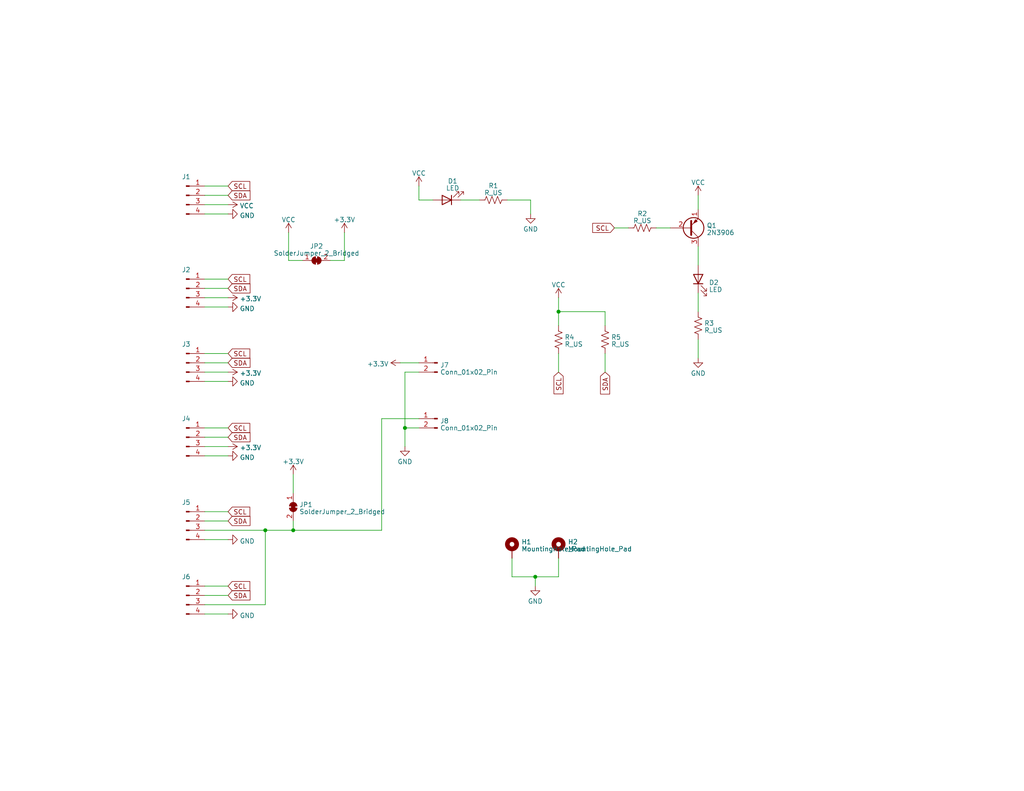
<source format=kicad_sch>
(kicad_sch (version 20230121) (generator eeschema)
  (paper "A")
  (lib_symbols
    (symbol "Connector:Conn_01x02_Pin" (pin_names (offset 1.016) hide)
      (property "Reference" "J" (at 0 2.54 0))
      (property "Value" "Conn_01x02_Pin" (at 0 -5.08 0))
      (symbol "Conn_01x02_Pin_1_1"
        (polyline (pts (xy 1.27 -2.54) (xy 0.8636 -2.54)) (stroke (width 0.1524)))
        (polyline (pts (xy 1.27 0) (xy 0.8636 0)) (stroke (width 0.1524)))
        (rectangle (start 0.8636 -2.413) (end 0 -2.667) (stroke (width 0.1524)) (fill (type outline)))
        (rectangle (start 0.8636 0.127) (end 0 -0.127) (stroke (width 0.1524)) (fill (type outline)))
        (pin passive line (at 5.08 0 180) (length 3.81) (name "Pin_1") (number "1"))
        (pin passive line (at 5.08 -2.54 180) (length 3.81) (name "Pin_2") (number "2"))
      )
    )
    (symbol "Connector:Conn_01x04_Male" (pin_names (offset 1.016) hide)
      (property "Reference" "J" (at 0 5.08 0))
      (property "Value" "Conn_01x04_Male" (at 0 -7.62 0))
      (symbol "Conn_01x04_Male_1_1"
        (polyline (pts (xy 1.27 -5.08) (xy 0.8636 -5.08)) (stroke (width 0.1524)))
        (polyline (pts (xy 1.27 -2.54) (xy 0.8636 -2.54)) (stroke (width 0.1524)))
        (polyline (pts (xy 1.27 0) (xy 0.8636 0)) (stroke (width 0.1524)))
        (polyline (pts (xy 1.27 2.54) (xy 0.8636 2.54)) (stroke (width 0.1524)))
        (rectangle (start 0.8636 -4.953) (end 0 -5.207) (stroke (width 0.1524)) (fill (type outline)))
        (rectangle (start 0.8636 -2.413) (end 0 -2.667) (stroke (width 0.1524)) (fill (type outline)))
        (rectangle (start 0.8636 0.127) (end 0 -0.127) (stroke (width 0.1524)) (fill (type outline)))
        (rectangle (start 0.8636 2.667) (end 0 2.413) (stroke (width 0.1524)) (fill (type outline)))
        (pin passive line (at 5.08 2.54 180) (length 3.81) (name "Pin_1") (number "1"))
        (pin passive line (at 5.08 0 180) (length 3.81) (name "Pin_2") (number "2"))
        (pin passive line (at 5.08 -2.54 180) (length 3.81) (name "Pin_3") (number "3"))
        (pin passive line (at 5.08 -5.08 180) (length 3.81) (name "Pin_4") (number "4"))
      )
    )
    (symbol "Device:LED" (pin_numbers hide) (pin_names (offset 1.016) hide)
      (property "Reference" "D" (at 0 2.54 0))
      (property "Value" "LED" (at 0 -2.54 0))
      (symbol "LED_0_1"
        (polyline (pts (xy -1.27 -1.27) (xy -1.27 1.27)) (stroke (width 0.254)))
        (polyline (pts (xy -1.27 0) (xy 1.27 0)))
        (polyline (pts (xy 1.27 -1.27) (xy 1.27 1.27) (xy -1.27 0) (xy 1.27 -1.27)) (stroke (width 0.254)))
        (polyline (pts (xy -3.048 -0.762) (xy -4.572 -2.286) (xy -3.81 -2.286) (xy -4.572 -2.286) (xy -4.572 -1.524)))
        (polyline (pts (xy -1.778 -0.762) (xy -3.302 -2.286) (xy -2.54 -2.286) (xy -3.302 -2.286) (xy -3.302 -1.524)))
      )
      (symbol "LED_1_1"
        (pin passive line (at -3.81 0 0) (length 2.54) (name "K") (number "1"))
        (pin passive line (at 3.81 0 180) (length 2.54) (name "A") (number "2"))
      )
    )
    (symbol "Device:R_US" (pin_numbers hide) (pin_names (offset 0))
      (property "Reference" "R" (at 2.54 0 90))
      (property "Value" "R_US" (at -2.54 0 90))
      (symbol "R_US_0_1"
        (polyline (pts (xy 0 -2.286) (xy 0 -2.54)))
        (polyline (pts (xy 0 2.286) (xy 0 2.54)))
        (polyline (pts (xy 0 -0.762) (xy 1.016 -1.143) (xy 0 -1.524) (xy -1.016 -1.905) (xy 0 -2.286)))
        (polyline (pts (xy 0 0.762) (xy 1.016 0.381) (xy 0 0) (xy -1.016 -0.381) (xy 0 -0.762)))
        (polyline (pts (xy 0 2.286) (xy 1.016 1.905) (xy 0 1.524) (xy -1.016 1.143) (xy 0 0.762)))
      )
      (symbol "R_US_1_1"
        (pin passive line (at 0 3.81 270) (length 1.27) (name "~") (number "1"))
        (pin passive line (at 0 -3.81 90) (length 1.27) (name "~") (number "2"))
      )
    )
    (symbol "Jumper:SolderJumper_2_Bridged" (pin_names (offset 0) hide)
      (property "Reference" "JP" (at 0 2.032 0))
      (property "Value" "SolderJumper_2_Bridged" (at 0 -2.54 0))
      (symbol "SolderJumper_2_Bridged_0_1"
        (rectangle (start -0.508 0.508) (end 0.508 -0.508) (fill (type outline)))
        (arc (start -0.254 1.016) (mid -1.2656 0) (end -0.254 -1.016))
        (arc (start -0.254 1.016) (mid -1.2656 0) (end -0.254 -1.016) (fill (type outline)))
        (polyline (pts (xy -0.254 1.016) (xy -0.254 -1.016)))
        (polyline (pts (xy 0.254 1.016) (xy 0.254 -1.016)))
        (arc (start 0.254 -1.016) (mid 1.2656 0) (end 0.254 1.016))
        (arc (start 0.254 -1.016) (mid 1.2656 0) (end 0.254 1.016) (fill (type outline)))
      )
      (symbol "SolderJumper_2_Bridged_1_1"
        (pin passive line (at -3.81 0 0) (length 2.54) (name "A") (number "1"))
        (pin passive line (at 3.81 0 180) (length 2.54) (name "B") (number "2"))
      )
    )
    (symbol "Mechanical:MountingHole_Pad" (pin_numbers hide) (pin_names (offset 1.016) hide)
      (property "Reference" "H" (at 0 6.35 0))
      (property "Value" "MountingHole_Pad" (at 0 4.445 0))
      (symbol "MountingHole_Pad_0_1"
        (circle (center 0 1.27) (radius 1.27) (stroke (width 1.27)))
      )
      (symbol "MountingHole_Pad_1_1"
        (pin input line (at 0 -2.54 90) (length 2.54) (name "1") (number "1"))
      )
    )
    (symbol "Transistor_BJT:2N3906" (pin_names (offset 0) hide)
      (property "Reference" "Q" (at 5.08 1.905 0))
      (property "Value" "2N3906" (at 5.08 0 0))
      (symbol "2N3906_0_1"
        (polyline (pts (xy 0.635 0.635) (xy 2.54 2.54)))
        (polyline (pts (xy 0.635 -0.635) (xy 2.54 -2.54) (xy 2.54 -2.54)))
        (polyline (pts (xy 0.635 1.905) (xy 0.635 -1.905) (xy 0.635 -1.905)) (stroke (width 0.508)))
        (polyline (pts (xy 2.286 -1.778) (xy 1.778 -2.286) (xy 1.27 -1.27) (xy 2.286 -1.778) (xy 2.286 -1.778)) (fill (type outline)))
        (circle (center 1.27 0) (radius 2.8194) (stroke (width 0.254)))
      )
      (symbol "2N3906_1_1"
        (pin passive line (at 2.54 -5.08 90) (length 2.54) (name "E") (number "1"))
        (pin input line (at -5.08 0 0) (length 5.715) (name "B") (number "2"))
        (pin passive line (at 2.54 5.08 270) (length 2.54) (name "C") (number "3"))
      )
    )
    (symbol "power:+3.3V" (power) (pin_names (offset 0))
      (property "Value" "+3.3V" (at 0 3.556 0))
      (symbol "+3.3V_0_1"
        (polyline (pts (xy -0.762 1.27) (xy 0 2.54)))
        (polyline (pts (xy 0 0) (xy 0 2.54)))
        (polyline (pts (xy 0 2.54) (xy 0.762 1.27)))
      )
      (symbol "+3.3V_1_1"
        (pin power_in line (at 0 0 90) (length 0) hide (name "+3.3V") (number "1"))
      )
    )
    (symbol "power:GND" (power) (pin_names (offset 0))
      (property "Value" "GND" (at 0 -3.81 0))
      (symbol "GND_0_1"
        (polyline (pts (xy 0 0) (xy 0 -1.27) (xy 1.27 -1.27) (xy 0 -2.54) (xy -1.27 -1.27) (xy 0 -1.27)))
      )
      (symbol "GND_1_1"
        (pin power_in line (at 0 0 270) (length 0) hide (name "GND") (number "1"))
      )
    )
    (symbol "power:VCC" (power) (pin_names (offset 0))
      (property "Value" "VCC" (at 0 3.81 0))
      (symbol "VCC_0_1"
        (polyline (pts (xy -0.762 1.27) (xy 0 2.54)))
        (polyline (pts (xy 0 0) (xy 0 2.54)))
        (polyline (pts (xy 0 2.54) (xy 0.762 1.27)))
      )
      (symbol "VCC_1_1"
        (pin power_in line (at 0 0 90) (length 0) hide (name "VCC") (number "1"))
      )
    )
  )
  (junction (at 110.49 116.84))
  (junction (at 72.39 144.78))
  (junction (at 146.05 157.48))
  (junction (at 80.01 144.78))
  (junction (at 152.4 85.09))
  (wire (pts (xy 114.3 101.6) (xy 110.49 101.6)))
  (wire (pts (xy 152.4 85.09) (xy 152.4 88.9)))
  (wire (pts (xy 78.74 63.5) (xy 78.74 71.12)))
  (wire (pts (xy 55.88 99.06) (xy 62.23 99.06)))
  (wire (pts (xy 55.88 96.52) (xy 62.23 96.52)))
  (wire (pts (xy 55.88 119.38) (xy 62.23 119.38)))
  (wire (pts (xy 165.1 96.52) (xy 165.1 101.6)))
  (wire (pts (xy 139.7 157.48) (xy 146.05 157.48)))
  (wire (pts (xy 114.3 50.8) (xy 114.3 54.61)))
  (wire (pts (xy 55.88 124.46) (xy 62.23 124.46)))
  (wire (pts (xy 146.05 157.48) (xy 152.4 157.48)))
  (wire (pts (xy 55.88 165.1) (xy 72.39 165.1)))
  (wire (pts (xy 110.49 116.84) (xy 114.3 116.84)))
  (wire (pts (xy 138.43 54.61) (xy 144.78 54.61)))
  (wire (pts (xy 55.88 83.82) (xy 62.23 83.82)))
  (wire (pts (xy 55.88 78.74) (xy 62.23 78.74)))
  (wire (pts (xy 104.14 144.78) (xy 80.01 144.78)))
  (wire (pts (xy 55.88 58.42) (xy 62.23 58.42)))
  (wire (pts (xy 190.5 80.01) (xy 190.5 85.09)))
  (wire (pts (xy 139.7 152.4) (xy 139.7 157.48)))
  (wire (pts (xy 55.88 142.24) (xy 62.23 142.24)))
  (wire (pts (xy 55.88 101.6) (xy 62.23 101.6)))
  (wire (pts (xy 55.88 55.88) (xy 62.23 55.88)))
  (wire (pts (xy 110.49 101.6) (xy 110.49 116.84)))
  (wire (pts (xy 55.88 116.84) (xy 62.23 116.84)))
  (wire (pts (xy 114.3 114.3) (xy 104.14 114.3)))
  (wire (pts (xy 72.39 144.78) (xy 72.39 165.1)))
  (wire (pts (xy 190.5 67.31) (xy 190.5 72.39)))
  (wire (pts (xy 167.64 62.23) (xy 171.45 62.23)))
  (wire (pts (xy 80.01 144.78) (xy 72.39 144.78)))
  (wire (pts (xy 109.22 99.06) (xy 114.3 99.06)))
  (wire (pts (xy 165.1 85.09) (xy 152.4 85.09)))
  (wire (pts (xy 110.49 116.84) (xy 110.49 121.92)))
  (wire (pts (xy 146.05 157.48) (xy 146.05 160.02)))
  (wire (pts (xy 190.5 92.71) (xy 190.5 97.79)))
  (wire (pts (xy 78.74 71.12) (xy 82.55 71.12)))
  (wire (pts (xy 55.88 144.78) (xy 72.39 144.78)))
  (wire (pts (xy 152.4 96.52) (xy 152.4 101.6)))
  (wire (pts (xy 55.88 147.32) (xy 62.23 147.32)))
  (wire (pts (xy 93.98 63.5) (xy 93.98 71.12)))
  (wire (pts (xy 55.88 81.28) (xy 62.23 81.28)))
  (wire (pts (xy 55.88 121.92) (xy 62.23 121.92)))
  (wire (pts (xy 152.4 152.4) (xy 152.4 157.48)))
  (wire (pts (xy 55.88 104.14) (xy 62.23 104.14)))
  (wire (pts (xy 80.01 142.24) (xy 80.01 144.78)))
  (wire (pts (xy 55.88 162.56) (xy 62.23 162.56)))
  (wire (pts (xy 165.1 88.9) (xy 165.1 85.09)))
  (wire (pts (xy 114.3 54.61) (xy 118.11 54.61)))
  (wire (pts (xy 55.88 50.8) (xy 62.23 50.8)))
  (wire (pts (xy 125.73 54.61) (xy 130.81 54.61)))
  (wire (pts (xy 104.14 114.3) (xy 104.14 144.78)))
  (wire (pts (xy 93.98 71.12) (xy 90.17 71.12)))
  (wire (pts (xy 179.07 62.23) (xy 182.88 62.23)))
  (wire (pts (xy 55.88 160.02) (xy 62.23 160.02)))
  (wire (pts (xy 55.88 139.7) (xy 62.23 139.7)))
  (wire (pts (xy 55.88 53.34) (xy 62.23 53.34)))
  (wire (pts (xy 80.01 129.54) (xy 80.01 134.62)))
  (wire (pts (xy 152.4 81.28) (xy 152.4 85.09)))
  (wire (pts (xy 55.88 167.64) (xy 62.23 167.64)))
  (wire (pts (xy 144.78 54.61) (xy 144.78 58.42)))
  (wire (pts (xy 190.5 53.34) (xy 190.5 57.15)))
  (wire (pts (xy 55.88 76.2) (xy 62.23 76.2)))
  (global_label "SCL" (shape input) (at 62.23 96.52 0) (property "Intersheetrefs" "${INTERSHEET_REFS}" (effects hide)))
  (global_label "SDA" (shape input) (at 62.23 142.24 0) (property "Intersheetrefs" "${INTERSHEET_REFS}" (effects hide)))
  (global_label "SCL" (shape input) (at 62.23 139.7 0) (property "Intersheetrefs" "${INTERSHEET_REFS}" (effects hide)))
  (global_label "SDA" (shape input) (at 62.23 53.34 0) (property "Intersheetrefs" "${INTERSHEET_REFS}" (effects hide)))
  (global_label "SCL" (shape input) (at 152.4 101.6 270) (property "Intersheetrefs" "${INTERSHEET_REFS}" (effects hide)))
  (global_label "SDA" (shape input) (at 62.23 99.06 0) (property "Intersheetrefs" "${INTERSHEET_REFS}" (effects hide)))
  (global_label "SDA" (shape input) (at 62.23 162.56 0) (property "Intersheetrefs" "${INTERSHEET_REFS}" (effects hide)))
  (global_label "SCL" (shape input) (at 167.64 62.23 180) (property "Intersheetrefs" "${INTERSHEET_REFS}" (effects hide)))
  (global_label "SCL" (shape input) (at 62.23 76.2 0) (property "Intersheetrefs" "${INTERSHEET_REFS}" (effects hide)))
  (global_label "SDA" (shape input) (at 165.1 101.6 270) (property "Intersheetrefs" "${INTERSHEET_REFS}" (effects hide)))
  (global_label "SDA" (shape input) (at 62.23 119.38 0) (property "Intersheetrefs" "${INTERSHEET_REFS}" (effects hide)))
  (global_label "SCL" (shape input) (at 62.23 116.84 0) (property "Intersheetrefs" "${INTERSHEET_REFS}" (effects hide)))
  (global_label "SDA" (shape input) (at 62.23 78.74 0) (property "Intersheetrefs" "${INTERSHEET_REFS}" (effects hide)))
  (global_label "SCL" (shape input) (at 62.23 160.02 0) (property "Intersheetrefs" "${INTERSHEET_REFS}" (effects hide)))
  (global_label "SCL" (shape input) (at 62.23 50.8 0) (property "Intersheetrefs" "${INTERSHEET_REFS}" (effects hide)))
  (symbol (lib_id "Device:R_US") (at 165.1 92.71 180) (unit 1)
    (property "Reference" "R5" (at 166.751 92.0663 0) (effects (justify right)))
    (property "Value" "R_US" (at 166.751 93.9873 0) (effects (justify right)))
    (property "Footprint" "Resistor_SMD:R_0805_2012Metric_Pad1.20x1.40mm_HandSolder" (effects hide))
  )
  (symbol (lib_id "power:+3.3V") (at 80.01 129.54 0) (unit 1)
    (property "Reference" "#PWR011" (effects hide))
    (property "Value" "+3.3V" (at 80.01 126.0381 0))
  )
  (symbol (lib_id "Connector:Conn_01x04_Male") (at 50.8 53.34 0) (unit 1)
    (property "Reference" "J1" (at 50.8 48.26 0))
    (property "Value" "Conn_01x04_Male" (effects hide))
    (property "Footprint" "Connector_JST:JST_PH_B4B-PH-K_1x04_P2.00mm_Vertical" (effects hide))
  )
  (symbol (lib_id "Device:R_US") (at 175.26 62.23 90) (unit 1)
    (property "Reference" "R2" (at 175.26 58.3311 90))
    (property "Value" "R_US" (at 175.26 60.2521 90))
    (property "Footprint" "Resistor_SMD:R_0805_2012Metric_Pad1.20x1.40mm_HandSolder" (effects hide))
  )
  (symbol (lib_id "Device:LED") (at 121.92 54.61 180) (unit 1)
    (property "Reference" "D1" (at 123.5075 49.4411 0))
    (property "Value" "LED" (at 123.5075 51.3621 0))
    (property "Footprint" "LED_THT:LED_D3.0mm" (effects hide))
  )
  (symbol (lib_id "power:GND") (at 62.23 167.64 90) (unit 1)
    (property "Reference" "#PWR09" (effects hide))
    (property "Value" "GND" (at 65.405 168.0738 90) (effects (justify right)))
  )
  (symbol (lib_id "Device:R_US") (at 152.4 92.71 180) (unit 1)
    (property "Reference" "R4" (at 154.051 92.0663 0) (effects (justify right)))
    (property "Value" "R_US" (at 154.051 93.9873 0) (effects (justify right)))
    (property "Footprint" "Resistor_SMD:R_0805_2012Metric_Pad1.20x1.40mm_HandSolder" (effects hide))
  )
  (symbol (lib_id "power:+3.3V") (at 62.23 101.6 270) (unit 1)
    (property "Reference" "#PWR05" (effects hide))
    (property "Value" "+3.3V" (at 65.405 101.9168 90) (effects (justify left)))
  )
  (symbol (lib_id "power:VCC") (at 152.4 81.28 0) (unit 1)
    (property "Reference" "#PWR021" (effects hide))
    (property "Value" "VCC" (at 152.4 77.7781 0))
  )
  (symbol (lib_id "power:+3.3V") (at 62.23 81.28 270) (unit 1)
    (property "Reference" "#PWR03" (effects hide))
    (property "Value" "+3.3V" (at 65.405 81.5968 90) (effects (justify left)))
  )
  (symbol (lib_id "power:+3.3V") (at 62.23 121.92 270) (unit 1)
    (property "Reference" "#PWR07" (effects hide))
    (property "Value" "+3.3V" (at 65.405 122.2368 90) (effects (justify left)))
  )
  (symbol (lib_id "power:GND") (at 62.23 147.32 90) (unit 1)
    (property "Reference" "#PWR010" (effects hide))
    (property "Value" "GND" (at 65.405 147.7538 90) (effects (justify right)))
  )
  (symbol (lib_id "Device:LED") (at 190.5 76.2 90) (unit 1)
    (property "Reference" "D2" (at 193.421 77.1438 90) (effects (justify right)))
    (property "Value" "LED" (at 193.421 79.0648 90) (effects (justify right)))
    (property "Footprint" "LED_THT:LED_D3.0mm" (effects hide))
  )
  (symbol (lib_id "power:VCC") (at 62.23 55.88 270) (unit 1)
    (property "Reference" "#PWR01" (effects hide))
    (property "Value" "VCC" (at 65.405 56.1968 90) (effects (justify left)))
  )
  (symbol (lib_id "power:GND") (at 62.23 83.82 90) (unit 1)
    (property "Reference" "#PWR04" (effects hide))
    (property "Value" "GND" (at 65.405 84.2538 90) (effects (justify right)))
  )
  (symbol (lib_id "Device:R_US") (at 134.62 54.61 90) (unit 1)
    (property "Reference" "R1" (at 134.62 50.7111 90))
    (property "Value" "R_US" (at 134.62 52.6321 90))
    (property "Footprint" "Resistor_SMD:R_0805_2012Metric_Pad1.20x1.40mm_HandSolder" (effects hide))
  )
  (symbol (lib_id "power:GND") (at 110.49 121.92 0) (unit 1)
    (property "Reference" "#PWR014" (effects hide))
    (property "Value" "GND" (at 110.49 126.0555 0))
  )
  (symbol (lib_id "power:GND") (at 62.23 124.46 90) (unit 1)
    (property "Reference" "#PWR08" (effects hide))
    (property "Value" "GND" (at 65.405 124.8938 90) (effects (justify right)))
  )
  (symbol (lib_id "Connector:Conn_01x04_Male") (at 50.8 99.06 0) (unit 1)
    (property "Reference" "J3" (at 50.8 93.98 0))
    (property "Value" "Conn_01x04_Male" (effects hide))
    (property "Footprint" "Connector_JST:JST_PH_B4B-PH-K_1x04_P2.00mm_Vertical" (effects hide))
  )
  (symbol (lib_id "power:GND") (at 146.05 160.02 0) (unit 1)
    (property "Reference" "#PWR016" (effects hide))
    (property "Value" "GND" (at 146.05 164.1555 0))
  )
  (symbol (lib_id "power:GND") (at 62.23 58.42 90) (unit 1)
    (property "Reference" "#PWR02" (effects hide))
    (property "Value" "GND" (at 65.405 58.8538 90) (effects (justify right)))
  )
  (symbol (lib_id "Connector:Conn_01x02_Pin") (at 119.38 99.06 0) (mirror y) (unit 1)
    (property "Reference" "J7" (at 120.0912 99.6863 0) (effects (justify right)))
    (property "Value" "Conn_01x02_Pin" (at 120.0912 101.6073 0) (effects (justify right)))
    (property "Footprint" "Connector_JST:JST_PH_B2B-PH-K_1x02_P2.00mm_Vertical" (effects hide))
  )
  (symbol (lib_id "Transistor_BJT:2N3906") (at 187.96 62.23 0) (mirror x) (unit 1)
    (property "Reference" "Q1" (at 192.8114 61.5863 0) (effects (justify left)))
    (property "Value" "2N3906" (at 192.8114 63.5073 0) (effects (justify left)))
    (property "Footprint" "Package_TO_SOT_THT:TO-92_Inline" (effects hide))
    (property "Datasheet" "https://www.onsemi.com/pub/Collateral/2N3906-D.PDF" (effects hide))
  )
  (symbol (lib_id "Connector:Conn_01x04_Male") (at 50.8 142.24 0) (unit 1)
    (property "Reference" "J5" (at 50.8 137.16 0))
    (property "Value" "Conn_01x04_Male" (effects hide))
    (property "Footprint" "Connector_JST:JST_PH_B4B-PH-K_1x04_P2.00mm_Vertical" (effects hide))
  )
  (symbol (lib_id "Mechanical:MountingHole_Pad") (at 139.7 149.86 0) (unit 1)
    (property "Reference" "H1" (at 142.24 147.9463 0) (effects (justify left)))
    (property "Value" "MountingHole_Pad" (at 142.24 149.8673 0) (effects (justify left)))
    (property "Footprint" "MountingHole:MountingHole_3.2mm_M3_DIN965_Pad" (effects hide))
  )
  (symbol (lib_id "power:GND") (at 144.78 58.42 0) (unit 1)
    (property "Reference" "#PWR018" (effects hide))
    (property "Value" "GND" (at 144.78 62.5555 0))
  )
  (symbol (lib_id "Connector:Conn_01x02_Pin") (at 119.38 114.3 0) (mirror y) (unit 1)
    (property "Reference" "J8" (at 120.0912 114.9263 0) (effects (justify right)))
    (property "Value" "Conn_01x02_Pin" (at 120.0912 116.8473 0) (effects (justify right)))
    (property "Footprint" "Connector_JST:JST_PH_B2B-PH-K_1x02_P2.00mm_Vertical" (effects hide))
  )
  (symbol (lib_id "Connector:Conn_01x04_Male") (at 50.8 78.74 0) (unit 1)
    (property "Reference" "J2" (at 50.8 73.66 0))
    (property "Value" "Conn_01x04_Male" (effects hide))
    (property "Footprint" "Connector_JST:JST_PH_B4B-PH-K_1x04_P2.00mm_Vertical" (effects hide))
  )
  (symbol (lib_id "power:VCC") (at 190.5 53.34 0) (unit 1)
    (property "Reference" "#PWR019" (effects hide))
    (property "Value" "VCC" (at 190.5 49.8381 0))
  )
  (symbol (lib_id "power:VCC") (at 114.3 50.8 0) (unit 1)
    (property "Reference" "#PWR017" (effects hide))
    (property "Value" "VCC" (at 114.3 47.2981 0))
  )
  (symbol (lib_id "Jumper:SolderJumper_2_Bridged") (at 86.36 71.12 0) (unit 1)
    (property "Reference" "JP2" (at 86.36 67.2211 0))
    (property "Value" "SolderJumper_2_Bridged" (at 86.36 69.1421 0))
    (property "Footprint" "Jumper:SolderJumper-2_P1.3mm_Bridged_Pad1.0x1.5mm" (effects hide))
  )
  (symbol (lib_id "power:+3.3V") (at 109.22 99.06 90) (unit 1)
    (property "Reference" "#PWR015" (effects hide))
    (property "Value" "+3.3V" (at 106.045 99.3768 90) (effects (justify left)))
  )
  (symbol (lib_id "Jumper:SolderJumper_2_Bridged") (at 80.01 138.43 270) (unit 1)
    (property "Reference" "JP1" (at 81.661 137.7863 90) (effects (justify left)))
    (property "Value" "SolderJumper_2_Bridged" (at 81.661 139.7073 90) (effects (justify left)))
    (property "Footprint" "Jumper:SolderJumper-2_P1.3mm_Bridged_Pad1.0x1.5mm" (effects hide))
  )
  (symbol (lib_id "power:+3.3V") (at 93.98 63.5 0) (unit 1)
    (property "Reference" "#PWR013" (effects hide))
    (property "Value" "+3.3V" (at 93.98 59.9981 0))
  )
  (symbol (lib_id "power:VCC") (at 78.74 63.5 0) (unit 1)
    (property "Reference" "#PWR012" (effects hide))
    (property "Value" "VCC" (at 78.74 59.9981 0))
  )
  (symbol (lib_id "Connector:Conn_01x04_Male") (at 50.8 119.38 0) (unit 1)
    (property "Reference" "J4" (at 50.8 114.3 0))
    (property "Value" "Conn_01x04_Male" (effects hide))
    (property "Footprint" "Connector_JST:JST_PH_B4B-PH-K_1x04_P2.00mm_Vertical" (effects hide))
  )
  (symbol (lib_id "Mechanical:MountingHole_Pad") (at 152.4 149.86 0) (unit 1)
    (property "Reference" "H2" (at 154.94 147.9463 0) (effects (justify left)))
    (property "Value" "MountingHole_Pad" (at 154.94 149.8673 0) (effects (justify left)))
    (property "Footprint" "MountingHole:MountingHole_3.2mm_M3_DIN965_Pad" (effects hide))
  )
  (symbol (lib_id "Connector:Conn_01x04_Male") (at 50.8 162.56 0) (unit 1)
    (property "Reference" "J6" (at 50.8 157.48 0))
    (property "Value" "Conn_01x04_Male" (effects hide))
    (property "Footprint" "Connector_JST:JST_PH_B4B-PH-K_1x04_P2.00mm_Vertical" (effects hide))
  )
  (symbol (lib_id "power:GND") (at 62.23 104.14 90) (unit 1)
    (property "Reference" "#PWR06" (effects hide))
    (property "Value" "GND" (at 65.405 104.5738 90) (effects (justify right)))
  )
  (symbol (lib_id "power:GND") (at 190.5 97.79 0) (unit 1)
    (property "Reference" "#PWR020" (effects hide))
    (property "Value" "GND" (at 190.5 101.9255 0))
  )
  (symbol (lib_id "Device:R_US") (at 190.5 88.9 180) (unit 1)
    (property "Reference" "R3" (at 192.151 88.2563 0) (effects (justify right)))
    (property "Value" "R_US" (at 192.151 90.1773 0) (effects (justify right)))
    (property "Footprint" "Resistor_SMD:R_0805_2012Metric_Pad1.20x1.40mm_HandSolder" (effects hide))
  )
)
</source>
